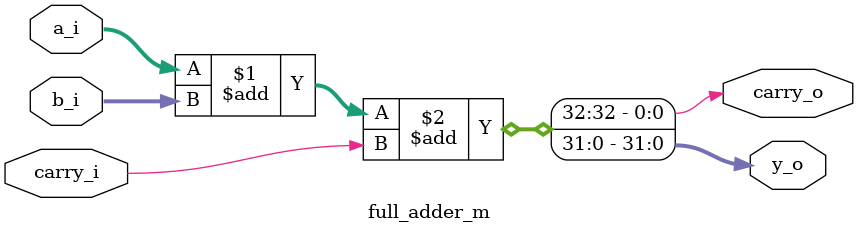
<source format=v>
module full_adder_m #(parameter WIDTH = 32) (
    input  wire signed [WIDTH-1 : 0] a_i,
    input  wire signed [WIDTH-1 : 0] b_i,
    input  wire                      carry_i,
    output wire signed [WIDTH-1 : 0] y_o,
    output wire signed               carry_o
);

    assign {carry_o, y_o} = a_i + b_i + carry_i;

endmodule
</source>
